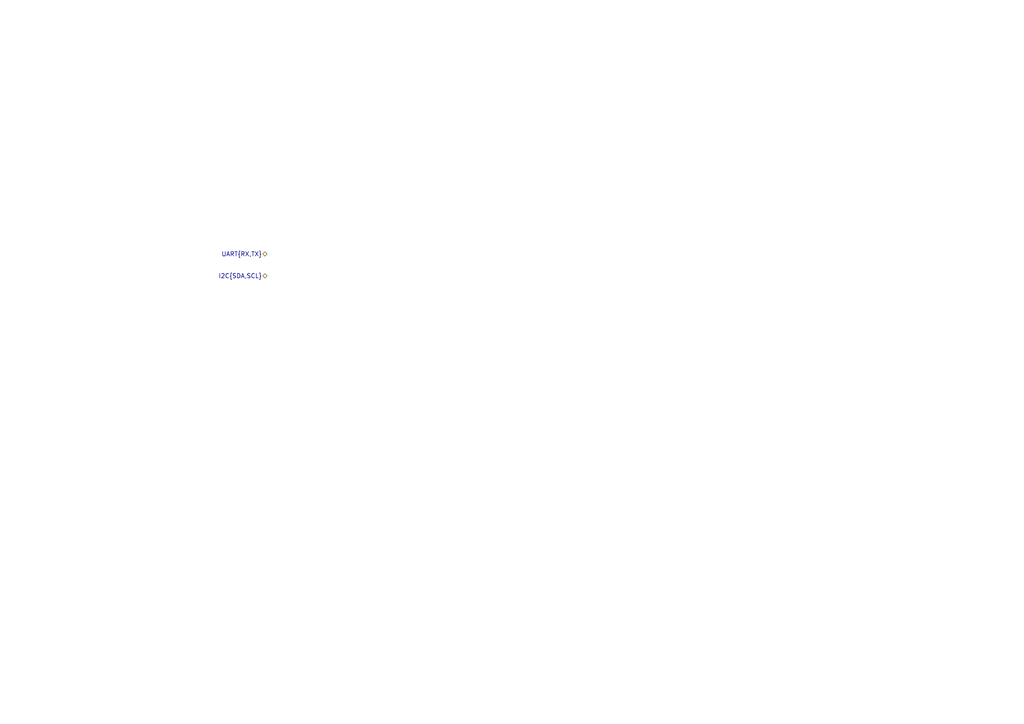
<source format=kicad_sch>
(kicad_sch
	(version 20231120)
	(generator "eeschema")
	(generator_version "8.0")
	(uuid "5e316d94-e0de-497c-8d07-88dfd4b996af")
	(paper "A4")
	(title_block
		(title "Blackstone Flight Computer - GPS")
		(date "2024-08-02")
		(rev "Rev A")
		(company "UC Aerospace")
		(comment 1 "Project: Blackstone")
	)
	(lib_symbols)
	(hierarchical_label "UART{RX,TX}"
		(shape bidirectional)
		(at 77.47 73.66 180)
		(fields_autoplaced yes)
		(effects
			(font
				(size 1.27 1.27)
			)
			(justify right)
		)
		(uuid "35c291e9-6c4a-453c-8104-c7bb0edcce0a")
	)
	(hierarchical_label "I2C{SDA,SCL}"
		(shape bidirectional)
		(at 77.47 80.01 180)
		(fields_autoplaced yes)
		(effects
			(font
				(size 1.27 1.27)
			)
			(justify right)
		)
		(uuid "80e814c7-fde2-4950-8556-a5834eed3f31")
	)
)

</source>
